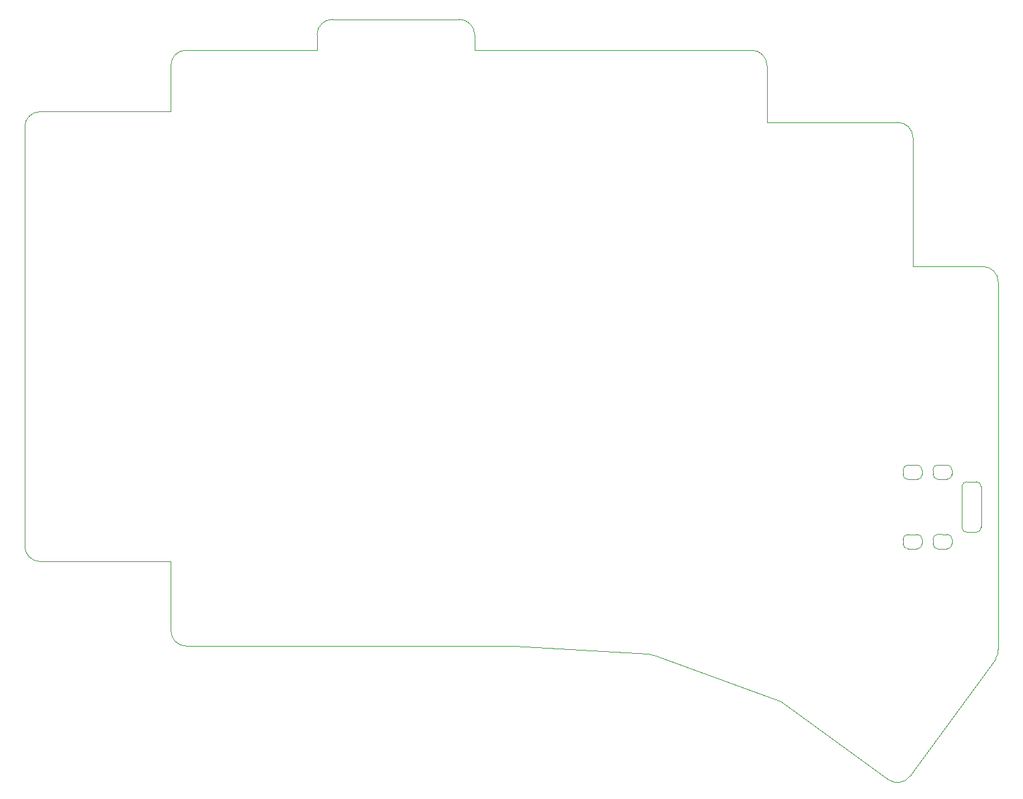
<source format=gbr>
%TF.GenerationSoftware,KiCad,Pcbnew,7.0.2-0*%
%TF.CreationDate,2024-02-20T01:11:18+01:00*%
%TF.ProjectId,defiant,64656669-616e-4742-9e6b-696361645f70,v0.1*%
%TF.SameCoordinates,Original*%
%TF.FileFunction,Profile,NP*%
%FSLAX46Y46*%
G04 Gerber Fmt 4.6, Leading zero omitted, Abs format (unit mm)*
G04 Created by KiCad (PCBNEW 7.0.2-0) date 2024-02-20 01:11:18*
%MOMM*%
%LPD*%
G01*
G04 APERTURE LIST*
%TA.AperFunction,Profile*%
%ADD10C,0.100000*%
%TD*%
G04 APERTURE END LIST*
D10*
X118932214Y-48510094D02*
X135422214Y-48510093D01*
X194422233Y-63900074D02*
X194422214Y-80650093D01*
X175422307Y-54510094D02*
G75*
G03*
X173422325Y-52510093I-2000107J-106D01*
G01*
X161002214Y-131280092D02*
X177210000Y-137150000D01*
X161002213Y-131280095D02*
G75*
G03*
X159928974Y-131012535I-1403313J-3342705D01*
G01*
X175422325Y-54510094D02*
X175422325Y-61900093D01*
X142542215Y-130000092D02*
X159928974Y-131012535D01*
X205130621Y-131676716D02*
G75*
G03*
X205509940Y-130398176I-1617821J1175516D01*
G01*
X194422214Y-80650093D02*
X203502214Y-80650093D01*
X97932215Y-54510094D02*
X97932214Y-60510093D01*
X80932214Y-60510093D02*
X97932214Y-60510093D01*
X97932215Y-128000092D02*
X97932216Y-119000093D01*
X118932214Y-48510114D02*
G75*
G03*
X116932214Y-50510093I-114J-1999886D01*
G01*
X205502207Y-82650094D02*
G75*
G03*
X203502214Y-80650093I-2000207J-206D01*
G01*
X97932209Y-128000092D02*
G75*
G03*
X99932215Y-130000091I2000091J92D01*
G01*
X78932207Y-117000093D02*
G75*
G03*
X80932213Y-119000093I1999893J-107D01*
G01*
X99932215Y-52510115D02*
G75*
G03*
X97932215Y-54510094I-115J-1999885D01*
G01*
X191234510Y-147358015D02*
G75*
G03*
X194028078Y-146915603I1175590J1617915D01*
G01*
X78932214Y-62510094D02*
X78932214Y-117000093D01*
X99932215Y-52510093D02*
X116932216Y-52510094D01*
X137422207Y-50510093D02*
G75*
G03*
X135422214Y-48510093I-1999907J93D01*
G01*
X173422325Y-52510093D02*
X137422213Y-52510094D01*
X80932214Y-60510114D02*
G75*
G03*
X78932214Y-62510094I-14J-1999986D01*
G01*
X116932214Y-50510093D02*
X116932216Y-52510093D01*
X99932215Y-130000091D02*
X142542215Y-130000092D01*
X205130624Y-131676718D02*
X194028079Y-146915603D01*
X137422213Y-50510093D02*
X137422212Y-52510093D01*
X80932213Y-119000093D02*
X97932216Y-119000093D01*
X194422226Y-63900074D02*
G75*
G03*
X192422233Y-61900074I-1999926J74D01*
G01*
X192422233Y-61900074D02*
X175422214Y-61900074D01*
X205509941Y-130398176D02*
X205502214Y-82650094D01*
X191234474Y-147358065D02*
X177210000Y-137150000D01*
%TO.C,U1*%
X198855385Y-106446614D02*
X197660412Y-106445093D01*
X194966906Y-106460473D02*
X193771933Y-106458952D01*
X197016906Y-107088599D02*
X197016906Y-107690827D01*
X199498891Y-107090120D02*
X199498891Y-107692348D01*
X193128427Y-107102458D02*
X193128427Y-107704686D01*
X195610412Y-107103979D02*
X195610412Y-107706207D01*
X198857898Y-108304332D02*
X197662925Y-108305853D01*
X194967898Y-108334332D02*
X193772925Y-108335853D01*
X202630413Y-108618136D02*
X201435440Y-108616615D01*
X200790412Y-109253368D02*
X200790412Y-114556818D01*
X203273919Y-109261642D02*
X203273919Y-114565092D01*
X201435440Y-115207077D02*
X202630413Y-115208598D01*
X198857898Y-115465854D02*
X197662925Y-115464333D01*
X194967899Y-115485853D02*
X193772926Y-115484332D01*
X195610412Y-116706207D02*
X195610412Y-116103979D01*
X193128427Y-116707728D02*
X193128427Y-116105500D01*
X199498891Y-116720066D02*
X199498891Y-116117838D01*
X197016906Y-116721587D02*
X197016906Y-116119359D01*
X194966906Y-117349713D02*
X193771933Y-117351234D01*
X198855385Y-117363572D02*
X197660412Y-117365093D01*
X199498891Y-107090120D02*
G75*
G03*
X198855385Y-106446614I-643504J2D01*
G01*
X195610412Y-107103979D02*
G75*
G03*
X194966906Y-106460473I-643504J2D01*
G01*
X197660412Y-106445093D02*
G75*
G03*
X197016906Y-107088599I-2J-643504D01*
G01*
X193771933Y-106458952D02*
G75*
G03*
X193128427Y-107102458I-2J-643504D01*
G01*
X198857898Y-108304332D02*
G75*
G03*
X199501404Y-107660826I2J643504D01*
G01*
X194967898Y-108334332D02*
G75*
G03*
X195611404Y-107690826I2J643504D01*
G01*
X197019419Y-107662347D02*
G75*
G03*
X197662925Y-108305853I643504J-2D01*
G01*
X193129419Y-107692347D02*
G75*
G03*
X193772925Y-108335853I643504J-2D01*
G01*
X203273919Y-109261642D02*
G75*
G03*
X202630413Y-108618136I-643504J2D01*
G01*
X201435440Y-108616615D02*
G75*
G03*
X200791934Y-109260121I-2J-643504D01*
G01*
X202630413Y-115208600D02*
G75*
G03*
X203273919Y-114565092I-1J643507D01*
G01*
X200791938Y-114563571D02*
G75*
G03*
X201435440Y-115207077I643504J-2D01*
G01*
X199501401Y-116109360D02*
G75*
G03*
X198857898Y-115465854I-643499J7D01*
G01*
X195611402Y-116129359D02*
G75*
G03*
X194967899Y-115485853I-643460J46D01*
G01*
X197662925Y-115464330D02*
G75*
G03*
X197019419Y-116107839I-3J-643503D01*
G01*
X193772926Y-115484331D02*
G75*
G03*
X193129420Y-116127838I-4J-643502D01*
G01*
X194966906Y-117349693D02*
G75*
G03*
X195610412Y-116706207I6J643500D01*
G01*
X198855385Y-117363572D02*
G75*
G03*
X199498891Y-116720066I-3J643509D01*
G01*
X193128421Y-116707728D02*
G75*
G03*
X193771933Y-117351234I643511J5D01*
G01*
X197016912Y-116721587D02*
G75*
G03*
X197660412Y-117365093I643500J-6D01*
G01*
%TD*%
M02*

</source>
